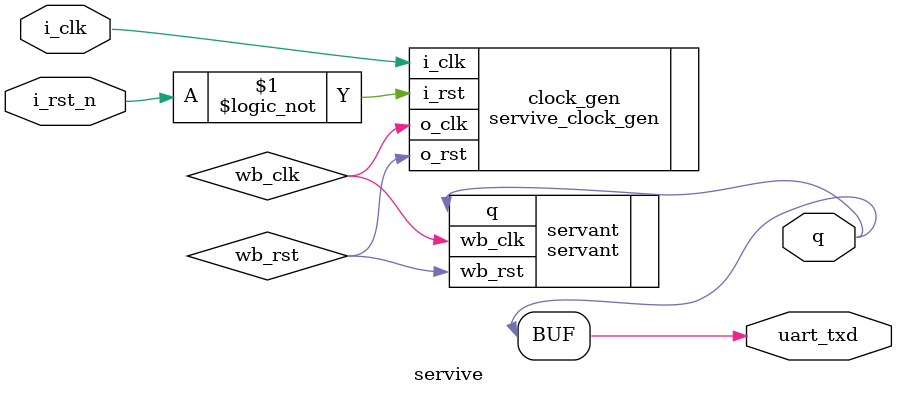
<source format=v>

`default_nettype none
module servive
(
 input wire 	   i_clk,
 input wire 	   i_rst_n,
 output wire 	   q,
 output wire 	   uart_txd);

   parameter memfile = "zephyr_hello.hex";
   parameter memsize = 8192;

   wire      wb_clk;
   wire      wb_rst;

   assign uart_txd = q;

   servive_clock_gen clock_gen
     (.i_clk (i_clk),
      .i_rst (!i_rst_n),
      .o_clk (wb_clk),
      .o_rst (wb_rst));

   servant
     #(.memfile (memfile),
       .memsize (memsize))
   servant
     (.wb_clk (wb_clk),
      .wb_rst (wb_rst),
      .q      (q));

endmodule

</source>
